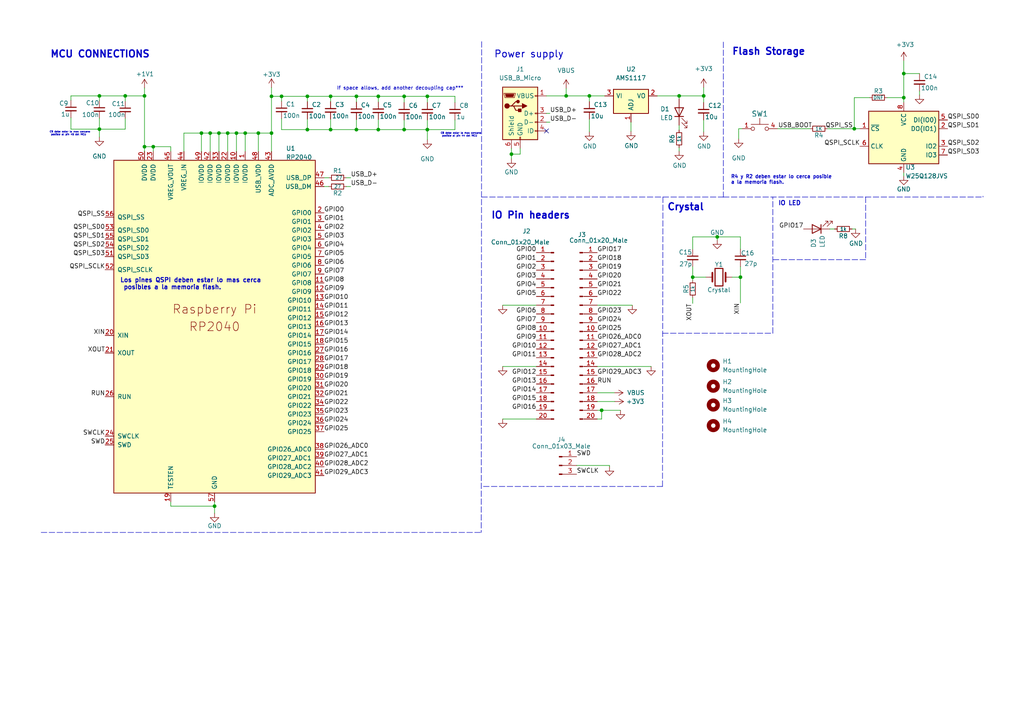
<source format=kicad_sch>
(kicad_sch (version 20211123) (generator eeschema)
  (paper "A4")
  (title_block (title "Siberian 1 by Huskies' lab") (date "2023-06-28") (rev "V1.0") (company "Designed by : Luis Pinzon @luis.p.19"))
  (lib_symbols
    (symbol "Connector:Conn_01x03_Male" (pin_names (offset 1.016) hide)
      (property "Reference" "J" (at 0 5.08 0))
      (property "Value" "Conn_01x03_Male" (at 0 -5.08 0))
      (symbol "Conn_01x03_Male_1_1"
        (polyline (pts (xy 1.27 -2.54) (xy 0.8636 -2.54)) (stroke (width 0.1524)))
        (polyline (pts (xy 1.27 0) (xy 0.8636 0)) (stroke (width 0.1524)))
        (polyline (pts (xy 1.27 2.54) (xy 0.8636 2.54)) (stroke (width 0.1524)))
        (rectangle (start 0.8636 -2.413) (end 0 -2.667) (stroke (width 0.1524)) (fill (type outline)))
        (rectangle (start 0.8636 0.127) (end 0 -0.127) (stroke (width 0.1524)) (fill (type outline)))
        (rectangle (start 0.8636 2.667) (end 0 2.413) (stroke (width 0.1524)) (fill (type outline)))
        (pin passive line (at 5.08 2.54 180) (length 3.81) (name "Pin_1") (number "1"))
        (pin passive line (at 5.08 0 180) (length 3.81) (name "Pin_2") (number "2"))
        (pin passive line (at 5.08 -2.54 180) (length 3.81) (name "Pin_3") (number "3"))
      )
    )
    (symbol "Connector:Conn_01x20_Male" (pin_names (offset 1.016) hide)
      (property "Reference" "J" (at 0 25.4 0))
      (property "Value" "Conn_01x20_Male" (at 0 -27.94 0))
      (symbol "Conn_01x20_Male_1_1"
        (polyline (pts (xy 1.27 -25.4) (xy 0.8636 -25.4)) (stroke (width 0.1524)))
        (polyline (pts (xy 1.27 -22.86) (xy 0.8636 -22.86)) (stroke (width 0.1524)))
        (polyline (pts (xy 1.27 -20.32) (xy 0.8636 -20.32)) (stroke (width 0.1524)))
        (polyline (pts (xy 1.27 -17.78) (xy 0.8636 -17.78)) (stroke (width 0.1524)))
        (polyline (pts (xy 1.27 -15.24) (xy 0.8636 -15.24)) (stroke (width 0.1524)))
        (polyline (pts (xy 1.27 -12.7) (xy 0.8636 -12.7)) (stroke (width 0.1524)))
        (polyline (pts (xy 1.27 -10.16) (xy 0.8636 -10.16)) (stroke (width 0.1524)))
        (polyline (pts (xy 1.27 -7.62) (xy 0.8636 -7.62)) (stroke (width 0.1524)))
        (polyline (pts (xy 1.27 -5.08) (xy 0.8636 -5.08)) (stroke (width 0.1524)))
        (polyline (pts (xy 1.27 -2.54) (xy 0.8636 -2.54)) (stroke (width 0.1524)))
        (polyline (pts (xy 1.27 0) (xy 0.8636 0)) (stroke (width 0.1524)))
        (polyline (pts (xy 1.27 2.54) (xy 0.8636 2.54)) (stroke (width 0.1524)))
        (polyline (pts (xy 1.27 5.08) (xy 0.8636 5.08)) (stroke (width 0.1524)))
        (polyline (pts (xy 1.27 7.62) (xy 0.8636 7.62)) (stroke (width 0.1524)))
        (polyline (pts (xy 1.27 10.16) (xy 0.8636 10.16)) (stroke (width 0.1524)))
        (polyline (pts (xy 1.27 12.7) (xy 0.8636 12.7)) (stroke (width 0.1524)))
        (polyline (pts (xy 1.27 15.24) (xy 0.8636 15.24)) (stroke (width 0.1524)))
        (polyline (pts (xy 1.27 17.78) (xy 0.8636 17.78)) (stroke (width 0.1524)))
        (polyline (pts (xy 1.27 20.32) (xy 0.8636 20.32)) (stroke (width 0.1524)))
        (polyline (pts (xy 1.27 22.86) (xy 0.8636 22.86)) (stroke (width 0.1524)))
        (rectangle (start 0.8636 -25.273) (end 0 -25.527) (stroke (width 0.1524)) (fill (type outline)))
        (rectangle (start 0.8636 -22.733) (end 0 -22.987) (stroke (width 0.1524)) (fill (type outline)))
        (rectangle (start 0.8636 -20.193) (end 0 -20.447) (stroke (width 0.1524)) (fill (type outline)))
        (rectangle (start 0.8636 -17.653) (end 0 -17.907) (stroke (width 0.1524)) (fill (type outline)))
        (rectangle (start 0.8636 -15.113) (end 0 -15.367) (stroke (width 0.1524)) (fill (type outline)))
        (rectangle (start 0.8636 -12.573) (end 0 -12.827) (stroke (width 0.1524)) (fill (type outline)))
        (rectangle (start 0.8636 -10.033) (end 0 -10.287) (stroke (width 0.1524)) (fill (type outline)))
        (rectangle (start 0.8636 -7.493) (end 0 -7.747) (stroke (width 0.1524)) (fill (type outline)))
        (rectangle (start 0.8636 -4.953) (end 0 -5.207) (stroke (width 0.1524)) (fill (type outline)))
        (rectangle (start 0.8636 -2.413) (end 0 -2.667) (stroke (width 0.1524)) (fill (type outline)))
        (rectangle (start 0.8636 0.127) (end 0 -0.127) (stroke (width 0.1524)) (fill (type outline)))
        (rectangle (start 0.8636 2.667) (end 0 2.413) (stroke (width 0.1524)) (fill (type outline)))
        (rectangle (start 0.8636 5.207) (end 0 4.953) (stroke (width 0.1524)) (fill (type outline)))
        (rectangle (start 0.8636 7.747) (end 0 7.493) (stroke (width 0.1524)) (fill (type outline)))
        (rectangle (start 0.8636 10.287) (end 0 10.033) (stroke (width 0.1524)) (fill (type outline)))
        (rectangle (start 0.8636 12.827) (end 0 12.573) (stroke (width 0.1524)) (fill (type outline)))
        (rectangle (start 0.8636 15.367) (end 0 15.113) (stroke (width 0.1524)) (fill (type outline)))
        (rectangle (start 0.8636 17.907) (end 0 17.653) (stroke (width 0.1524)) (fill (type outline)))
        (rectangle (start 0.8636 20.447) (end 0 20.193) (stroke (width 0.1524)) (fill (type outline)))
        (rectangle (start 0.8636 22.987) (end 0 22.733) (stroke (width 0.1524)) (fill (type outline)))
        (pin passive line (at 5.08 22.86 180) (length 3.81) (name "Pin_1") (number "1"))
        (pin passive line (at 5.08 0 180) (length 3.81) (name "Pin_10") (number "10"))
        (pin passive line (at 5.08 -2.54 180) (length 3.81) (name "Pin_11") (number "11"))
        (pin passive line (at 5.08 -5.08 180) (length 3.81) (name "Pin_12") (number "12"))
        (pin passive line (at 5.08 -7.62 180) (length 3.81) (name "Pin_13") (number "13"))
        (pin passive line (at 5.08 -10.16 180) (length 3.81) (name "Pin_14") (number "14"))
        (pin passive line (at 5.08 -12.7 180) (length 3.81) (name "Pin_15") (number "15"))
        (pin passive line (at 5.08 -15.24 180) (length 3.81) (name "Pin_16") (number "16"))
        (pin passive line (at 5.08 -17.78 180) (length 3.81) (name "Pin_17") (number "17"))
        (pin passive line (at 5.08 -20.32 180) (length 3.81) (name "Pin_18") (number "18"))
        (pin passive line (at 5.08 -22.86 180) (length 3.81) (name "Pin_19") (number "19"))
        (pin passive line (at 5.08 20.32 180) (length 3.81) (name "Pin_2") (number "2"))
        (pin passive line (at 5.08 -25.4 180) (length 3.81) (name "Pin_20") (number "20"))
        (pin passive line (at 5.08 17.78 180) (length 3.81) (name "Pin_3") (number "3"))
        (pin passive line (at 5.08 15.24 180) (length 3.81) (name "Pin_4") (number "4"))
        (pin passive line (at 5.08 12.7 180) (length 3.81) (name "Pin_5") (number "5"))
        (pin passive line (at 5.08 10.16 180) (length 3.81) (name "Pin_6") (number "6"))
        (pin passive line (at 5.08 7.62 180) (length 3.81) (name "Pin_7") (number "7"))
        (pin passive line (at 5.08 5.08 180) (length 3.81) (name "Pin_8") (number "8"))
        (pin passive line (at 5.08 2.54 180) (length 3.81) (name "Pin_9") (number "9"))
      )
    )
    (symbol "Connector:USB_B_Micro" (pin_names (offset 1.016))
      (property "Reference" "J" (at -5.08 11.43 0))
      (property "Value" "USB_B_Micro" (at -5.08 8.89 0))
      (symbol "USB_B_Micro_0_1"
        (rectangle (start -5.08 -7.62) (end 5.08 7.62) (stroke (width 0.254)) (fill (type background)))
        (circle (center -3.81 2.159) (radius 0.635) (stroke (width 0.254)) (fill (type outline)))
        (circle (center -0.635 3.429) (radius 0.381) (stroke (width 0.254)) (fill (type outline)))
        (rectangle (start -0.127 -7.62) (end 0.127 -6.858))
        (polyline (pts (xy -1.905 2.159) (xy 0.635 2.159)) (stroke (width 0.254)))
        (polyline (pts (xy -3.175 2.159) (xy -2.54 2.159) (xy -1.27 3.429) (xy -0.635 3.429)) (stroke (width 0.254)))
        (polyline (pts (xy -2.54 2.159) (xy -1.905 2.159) (xy -1.27 0.889) (xy 0 0.889)) (stroke (width 0.254)))
        (polyline (pts (xy 0.635 2.794) (xy 0.635 1.524) (xy 1.905 2.159) (xy 0.635 2.794)) (stroke (width 0.254)) (fill (type outline)))
        (polyline (pts (xy -4.318 5.588) (xy -1.778 5.588) (xy -2.032 4.826) (xy -4.064 4.826) (xy -4.318 5.588)) (fill (type outline)))
        (polyline (pts (xy -4.699 5.842) (xy -4.699 5.588) (xy -4.445 4.826) (xy -4.445 4.572) (xy -1.651 4.572) (xy -1.651 4.826) (xy -1.397 5.588) (xy -1.397 5.842) (xy -4.699 5.842)))
        (rectangle (start 0.254 1.27) (end -0.508 0.508) (stroke (width 0.254)) (fill (type outline)))
        (rectangle (start 5.08 -5.207) (end 4.318 -4.953))
        (rectangle (start 5.08 -2.667) (end 4.318 -2.413))
        (rectangle (start 5.08 -0.127) (end 4.318 0.127))
        (rectangle (start 5.08 4.953) (end 4.318 5.207))
      )
      (symbol "USB_B_Micro_1_1"
        (pin power_out line (at 7.62 5.08 180) (length 2.54) (name "VBUS") (number "1"))
        (pin bidirectional line (at 7.62 -2.54 180) (length 2.54) (name "D-") (number "2"))
        (pin bidirectional line (at 7.62 0 180) (length 2.54) (name "D+") (number "3"))
        (pin passive line (at 7.62 -5.08 180) (length 2.54) (name "ID") (number "4"))
        (pin power_out line (at 0 -10.16 90) (length 2.54) (name "GND") (number "5"))
        (pin passive line (at -2.54 -10.16 90) (length 2.54) (name "Shield") (number "6"))
      )
    )
    (symbol "Device:C_Small" (pin_numbers hide) (pin_names (offset 0.254) hide)
      (property "Reference" "C" (at 0.254 1.778 0))
      (property "Value" "C_Small" (at 0.254 -2.032 0))
      (symbol "C_Small_0_1"
        (polyline (pts (xy -1.524 -0.508) (xy 1.524 -0.508)) (stroke (width 0.3302)))
        (polyline (pts (xy -1.524 0.508) (xy 1.524 0.508)) (stroke (width 0.3048)))
      )
      (symbol "C_Small_1_1"
        (pin passive line (at 0 2.54 270) (length 2.032) (name "~") (number "1"))
        (pin passive line (at 0 -2.54 90) (length 2.032) (name "~") (number "2"))
      )
    )
    (symbol "Device:Crystal" (pin_numbers hide) (pin_names (offset 1.016) hide)
      (property "Reference" "Y" (at 0 3.81 0))
      (property "Value" "Crystal" (at 0 -3.81 0))
      (symbol "Crystal_0_1"
        (rectangle (start -1.143 2.54) (end 1.143 -2.54) (stroke (width 0.3048)))
        (polyline (pts (xy -2.54 0) (xy -1.905 0)))
        (polyline (pts (xy -1.905 -1.27) (xy -1.905 1.27)) (stroke (width 0.508)))
        (polyline (pts (xy 1.905 -1.27) (xy 1.905 1.27)) (stroke (width 0.508)))
        (polyline (pts (xy 2.54 0) (xy 1.905 0)))
      )
      (symbol "Crystal_1_1"
        (pin passive line (at -3.81 0 0) (length 1.27) (name "1") (number "1"))
        (pin passive line (at 3.81 0 180) (length 1.27) (name "2") (number "2"))
      )
    )
    (symbol "Device:LED" (pin_numbers hide) (pin_names (offset 1.016) hide)
      (property "Reference" "D" (at 0 2.54 0))
      (property "Value" "LED" (at 0 -2.54 0))
      (symbol "LED_0_1"
        (polyline (pts (xy -1.27 -1.27) (xy -1.27 1.27)) (stroke (width 0.254)))
        (polyline (pts (xy -1.27 0) (xy 1.27 0)))
        (polyline (pts (xy 1.27 -1.27) (xy 1.27 1.27) (xy -1.27 0) (xy 1.27 -1.27)) (stroke (width 0.254)))
        (polyline (pts (xy -3.048 -0.762) (xy -4.572 -2.286) (xy -3.81 -2.286) (xy -4.572 -2.286) (xy -4.572 -1.524)))
        (polyline (pts (xy -1.778 -0.762) (xy -3.302 -2.286) (xy -2.54 -2.286) (xy -3.302 -2.286) (xy -3.302 -1.524)))
      )
      (symbol "LED_1_1"
        (pin passive line (at -3.81 0 0) (length 2.54) (name "K") (number "1"))
        (pin passive line (at 3.81 0 180) (length 2.54) (name "A") (number "2"))
      )
    )
    (symbol "Device:R_Small" (pin_numbers hide) (pin_names (offset 0.254) hide)
      (property "Reference" "R" (at 0.762 0.508 0))
      (property "Value" "R_Small" (at 0.762 -1.016 0))
      (symbol "R_Small_0_1"
        (rectangle (start -0.762 1.778) (end 0.762 -1.778) (stroke (width 0.2032)))
      )
      (symbol "R_Small_1_1"
        (pin passive line (at 0 2.54 270) (length 0.762) (name "~") (number "1"))
        (pin passive line (at 0 -2.54 90) (length 0.762) (name "~") (number "2"))
      )
    )
    (symbol "MCU_RaspberryPi_and_Boards:RP2040" (pin_names (offset 1.016))
      (property "Reference" "U" (at -29.21 49.53 0))
      (property "Value" "RP2040" (at 24.13 -49.53 0))
      (symbol "RP2040_0_0"
        (text "Raspberry Pi" (at 0 5.08 0) (effects (font (size 2.54 2.54))))
        (text "RP2040" (at 0 0 0) (effects (font (size 2.54 2.54))))
      )
      (symbol "RP2040_0_1"
        (rectangle (start 29.21 48.26) (end -29.21 -48.26) (stroke (width 0.254)) (fill (type background)))
      )
      (symbol "RP2040_1_1"
        (pin power_in line (at 8.89 50.8 270) (length 2.54) (name "IOVDD") (number "1"))
        (pin power_in line (at 6.35 50.8 270) (length 2.54) (name "IOVDD") (number "10"))
        (pin bidirectional line (at 31.75 12.7 180) (length 2.54) (name "GPIO8") (number "11"))
        (pin bidirectional line (at 31.75 10.16 180) (length 2.54) (name "GPIO9") (number "12"))
        (pin bidirectional line (at 31.75 7.62 180) (length 2.54) (name "GPIO10") (number "13"))
        (pin bidirectional line (at 31.75 5.08 180) (length 2.54) (name "GPIO11") (number "14"))
        (pin bidirectional line (at 31.75 2.54 180) (length 2.54) (name "GPIO12") (number "15"))
        (pin bidirectional line (at 31.75 0 180) (length 2.54) (name "GPIO13") (number "16"))
        (pin bidirectional line (at 31.75 -2.54 180) (length 2.54) (name "GPIO14") (number "17"))
        (pin bidirectional line (at 31.75 -5.08 180) (length 2.54) (name "GPIO15") (number "18"))
        (pin passive line (at -12.7 -50.8 90) (length 2.54) (name "TESTEN") (number "19"))
        (pin bidirectional line (at 31.75 33.02 180) (length 2.54) (name "GPIO0") (number "2"))
        (pin input line (at -31.75 -2.54 0) (length 2.54) (name "XIN") (number "20"))
        (pin passive line (at -31.75 -7.62 0) (length 2.54) (name "XOUT") (number "21"))
        (pin power_in line (at 3.81 50.8 270) (length 2.54) (name "IOVDD") (number "22"))
        (pin power_in line (at -17.78 50.8 270) (length 2.54) (name "DVDD") (number "23"))
        (pin output line (at -31.75 -31.75 0) (length 2.54) (name "SWCLK") (number "24"))
        (pin bidirectional line (at -31.75 -34.29 0) (length 2.54) (name "SWD") (number "25"))
        (pin input line (at -31.75 -20.32 0) (length 2.54) (name "RUN") (number "26"))
        (pin bidirectional line (at 31.75 -7.62 180) (length 2.54) (name "GPIO16") (number "27"))
        (pin bidirectional line (at 31.75 -10.16 180) (length 2.54) (name "GPIO17") (number "28"))
        (pin bidirectional line (at 31.75 -12.7 180) (length 2.54) (name "GPIO18") (number "29"))
        (pin bidirectional line (at 31.75 30.48 180) (length 2.54) (name "GPIO1") (number "3"))
        (pin bidirectional line (at 31.75 -15.24 180) (length 2.54) (name "GPIO19") (number "30"))
        (pin bidirectional line (at 31.75 -17.78 180) (length 2.54) (name "GPIO20") (number "31"))
        (pin bidirectional line (at 31.75 -20.32 180) (length 2.54) (name "GPIO21") (number "32"))
        (pin power_in line (at 1.27 50.8 270) (length 2.54) (name "IOVDD") (number "33"))
        (pin bidirectional line (at 31.75 -22.86 180) (length 2.54) (name "GPIO22") (number "34"))
        (pin bidirectional line (at 31.75 -25.4 180) (length 2.54) (name "GPIO23") (number "35"))
        (pin bidirectional line (at 31.75 -27.94 180) (length 2.54) (name "GPIO24") (number "36"))
        (pin bidirectional line (at 31.75 -30.48 180) (length 2.54) (name "GPIO25") (number "37"))
        (pin bidirectional line (at 31.75 -35.56 180) (length 2.54) (name "GPIO26_ADC0") (number "38"))
        (pin bidirectional line (at 31.75 -38.1 180) (length 2.54) (name "GPIO27_ADC1") (number "39"))
        (pin bidirectional line (at 31.75 27.94 180) (length 2.54) (name "GPIO2") (number "4"))
        (pin bidirectional line (at 31.75 -40.64 180) (length 2.54) (name "GPIO28_ADC2") (number "40"))
        (pin bidirectional line (at 31.75 -43.18 180) (length 2.54) (name "GPIO29_ADC3") (number "41"))
        (pin power_in line (at -1.27 50.8 270) (length 2.54) (name "IOVDD") (number "42"))
        (pin power_in line (at 16.51 50.8 270) (length 2.54) (name "ADC_AVDD") (number "43"))
        (pin power_in line (at -8.89 50.8 270) (length 2.54) (name "VREG_IN") (number "44"))
        (pin power_out line (at -12.7 50.8 270) (length 2.54) (name "VREG_VOUT") (number "45"))
        (pin bidirectional line (at 31.75 40.64 180) (length 2.54) (name "USB_DM") (number "46"))
        (pin bidirectional line (at 31.75 43.18 180) (length 2.54) (name "USB_DP") (number "47"))
        (pin power_in line (at 12.7 50.8 270) (length 2.54) (name "USB_VDD") (number "48"))
        (pin power_in line (at -3.81 50.8 270) (length 2.54) (name "IOVDD") (number "49"))
        (pin bidirectional line (at 31.75 25.4 180) (length 2.54) (name "GPIO3") (number "5"))
        (pin power_in line (at -20.32 50.8 270) (length 2.54) (name "DVDD") (number "50"))
        (pin bidirectional line (at -31.75 20.32 0) (length 2.54) (name "QSPI_SD3") (number "51"))
        (pin output line (at -31.75 16.51 0) (length 2.54) (name "QSPI_SCLK") (number "52"))
        (pin bidirectional line (at -31.75 27.94 0) (length 2.54) (name "QSPI_SD0") (number "53"))
        (pin bidirectional line (at -31.75 22.86 0) (length 2.54) (name "QSPI_SD2") (number "54"))
        (pin bidirectional line (at -31.75 25.4 0) (length 2.54) (name "QSPI_SD1") (number "55"))
        (pin bidirectional line (at -31.75 31.75 0) (length 2.54) (name "QSPI_SS") (number "56"))
        (pin power_in line (at 0 -50.8 90) (length 2.54) (name "GND") (number "57"))
        (pin bidirectional line (at 31.75 22.86 180) (length 2.54) (name "GPIO4") (number "6"))
        (pin bidirectional line (at 31.75 20.32 180) (length 2.54) (name "GPIO5") (number "7"))
        (pin bidirectional line (at 31.75 17.78 180) (length 2.54) (name "GPIO6") (number "8"))
        (pin bidirectional line (at 31.75 15.24 180) (length 2.54) (name "GPIO7") (number "9"))
      )
    )
    (symbol "Mechanical:MountingHole" (pin_names (offset 1.016))
      (property "Reference" "H" (at 0 5.08 0))
      (property "Value" "MountingHole" (at 0 3.175 0))
      (symbol "MountingHole_0_1"
        (circle (center 0 0) (radius 1.27) (stroke (width 1.27)))
      )
    )
    (symbol "Memory_Flash:W25Q128JVS"
      (property "Reference" "U" (at -8.89 8.89 0))
      (property "Value" "W25Q128JVS" (at 7.62 8.89 0))
      (symbol "W25Q128JVS_0_1"
        (rectangle (start -10.16 7.62) (end 10.16 -7.62) (stroke (width 0.254)) (fill (type background)))
      )
      (symbol "W25Q128JVS_1_1"
        (pin input line (at -12.7 2.54 0) (length 2.54) (name "~{CS}") (number "1"))
        (pin bidirectional line (at 12.7 2.54 180) (length 2.54) (name "DO(IO1)") (number "2"))
        (pin bidirectional line (at 12.7 -2.54 180) (length 2.54) (name "IO2") (number "3"))
        (pin power_in line (at 0 -10.16 90) (length 2.54) (name "GND") (number "4"))
        (pin bidirectional line (at 12.7 5.08 180) (length 2.54) (name "DI(IO0)") (number "5"))
        (pin input line (at -12.7 -2.54 0) (length 2.54) (name "CLK") (number "6"))
        (pin bidirectional line (at 12.7 -5.08 180) (length 2.54) (name "IO3") (number "7"))
        (pin power_in line (at 0 10.16 270) (length 2.54) (name "VCC") (number "8"))
      )
    )
    (symbol "PTS815:PTS815_SJM_250_SMTR_LFS" (pin_names (offset 0.254))
      (property "Reference" "SW" (at 39.0144 2.159 0))
      (property "Value" "PTS815 SJM 250 SMTR LFS" (at 38.8366 -0.381 0))
      (symbol "PTS815_SJM_250_SMTR_LFS_0_1"
        (polyline (pts (xy 39.2938 -3.7084) (xy 39.2938 -1.9304)))
        (polyline (pts (xy 41.8338 -3.7084) (xy 36.7538 -3.7084)))
        (circle (center 37.2618 -4.9784) (radius 0.508))
        (circle (center 41.3258 -4.9784) (radius 0.508))
        (pin passive line (at 34.2138 -4.9784 0) (length 2.54) (name "") (number "1"))
        (pin passive line (at 44.3992 -4.9784 180) (length 2.54) (name "") (number "4"))
      )
    )
    (symbol "Regulator_Linear:AMS1117" (pin_names (offset 0.762))
      (property "Reference" "U" (at -3.81 3.175 0))
      (property "Value" "AMS1117" (at 0 3.175 0))
      (symbol "AMS1117_0_1"
        (rectangle (start -5.08 -5.08) (end 5.08 1.905) (stroke (width 0.254)) (fill (type background)))
      )
      (symbol "AMS1117_1_1"
        (pin input line (at 0 -7.62 90) (length 2.54) (name "ADJ") (number "1"))
        (pin power_out line (at 7.62 0 180) (length 2.54) (name "VO") (number "2"))
        (pin power_in line (at -7.62 0 0) (length 2.54) (name "VI") (number "3"))
      )
    )
    (symbol "power:+1V1" (power) (pin_names (offset 0))
      (property "Value" "+1V1" (at 0 3.556 0))
      (symbol "+1V1_0_1"
        (polyline (pts (xy -0.762 1.27) (xy 0 2.54)))
        (polyline (pts (xy 0 0) (xy 0 2.54)))
        (polyline (pts (xy 0 2.54) (xy 0.762 1.27)))
      )
      (symbol "+1V1_1_1"
        (pin power_in line (at 0 0 90) (length 0) hide (name "+1V1") (number "1"))
      )
    )
    (symbol "power:+3V3" (power) (pin_names (offset 0))
      (property "Value" "+3V3" (at 0 3.556 0))
      (symbol "+3V3_0_1"
        (polyline (pts (xy -0.762 1.27) (xy 0 2.54)))
        (polyline (pts (xy 0 0) (xy 0 2.54)))
        (polyline (pts (xy 0 2.54) (xy 0.762 1.27)))
      )
      (symbol "+3V3_1_1"
        (pin power_in line (at 0 0 90) (length 0) hide (name "+3V3") (number "1"))
      )
    )
    (symbol "power:GND" (power) (pin_names (offset 0))
      (property "Value" "GND" (at 0 -3.81 0))
      (symbol "GND_0_1"
        (polyline (pts (xy 0 0) (xy 0 -1.27) (xy 1.27 -1.27) (xy 0 -2.54) (xy -1.27 -1.27) (xy 0 -1.27)))
      )
      (symbol "GND_1_1"
        (pin power_in line (at 0 0 270) (length 0) hide (name "GND") (number "1"))
      )
    )
    (symbol "power:VBUS" (power) (pin_names (offset 0))
      (property "Value" "VBUS" (at 0 3.81 0))
      (symbol "VBUS_0_1"
        (polyline (pts (xy -0.762 1.27) (xy 0 2.54)))
        (polyline (pts (xy 0 0) (xy 0 2.54)))
        (polyline (pts (xy 0 2.54) (xy 0.762 1.27)))
      )
      (symbol "VBUS_1_1"
        (pin power_in line (at 0 0 90) (length 0) hide (name "VBUS") (number "1"))
      )
    )
  )
  (junction (at 89.154 37.592))
  (junction (at 262.128 28.321))
  (junction (at 78.74 27.94))
  (junction (at 103.378 27.94))
  (junction (at 28.829 27.813))
  (junction (at 28.829 37.465))
  (junction (at 214.757 80.391))
  (junction (at 62.23 146.812))
  (junction (at 123.952 27.94))
  (junction (at 41.91 27.813))
  (junction (at 262.128 21.336))
  (junction (at 41.91 42.545))
  (junction (at 89.154 27.94))
  (junction (at 117.221 37.592))
  (junction (at 208.026 68.707))
  (junction (at 63.5 38.608))
  (junction (at 247.777 37.338))
  (junction (at 117.221 27.94))
  (junction (at 164.211 27.813))
  (junction (at 170.942 27.813))
  (junction (at 74.93 38.608))
  (junction (at 109.728 37.592))
  (junction (at 148.336 44.704))
  (junction (at 103.378 37.592))
  (junction (at 66.04 38.608))
  (junction (at 81.661 27.94))
  (junction (at 109.728 27.94))
  (junction (at 174.498 118.999))
  (junction (at 44.45 42.545))
  (junction (at 71.12 38.608))
  (junction (at 200.914 80.391))
  (junction (at 95.885 27.94))
  (junction (at 58.42 38.608))
  (junction (at 196.977 27.813))
  (junction (at 68.58 38.608))
  (junction (at 95.885 37.592))
  (junction (at 60.96 38.608))
  (junction (at 123.952 37.592))
  (junction (at 204.089 27.813))
  (junction (at 36.322 27.813))
  (junction (at 78.74 38.608))
  (no_connect (at 158.496 37.973))
  (wire (pts (xy 63.5 38.608) (xy 63.5 43.942)))
  (wire (pts (xy 78.74 27.94) (xy 81.661 27.94)))
  (wire (pts (xy 95.885 34.544) (xy 95.885 37.592)))
  (wire (pts (xy 252.222 28.321) (xy 247.777 28.321)))
  (wire (pts (xy 103.378 27.94) (xy 109.728 27.94)))
  (polyline (pts (xy 139.7 57.15) (xy 209.804 57.15)))
  (wire (pts (xy 164.211 25.654) (xy 164.211 27.813)))
  (wire (pts (xy 89.154 27.94) (xy 89.154 29.464)))
  (wire (pts (xy 62.23 146.812) (xy 62.23 148.844)))
  (wire (pts (xy 49.53 146.812) (xy 62.23 146.812)))
  (wire (pts (xy 103.378 34.671) (xy 103.378 37.592)))
  (wire (pts (xy 62.23 145.542) (xy 62.23 146.812)))
  (wire (pts (xy 262.128 17.653) (xy 262.128 21.336)))
  (wire (pts (xy 204.089 25.4) (xy 204.089 27.813)))
  (wire (pts (xy 60.96 38.608) (xy 60.96 43.942)))
  (wire (pts (xy 159.512 35.433) (xy 158.496 35.433)))
  (wire (pts (xy 109.728 27.94) (xy 117.221 27.94)))
  (wire (pts (xy 170.942 27.813) (xy 170.942 29.464)))
  (wire (pts (xy 60.96 38.608) (xy 63.5 38.608)))
  (wire (pts (xy 200.914 80.391) (xy 200.914 81.28)))
  (wire (pts (xy 145.796 121.539) (xy 155.575 121.539)))
  (wire (pts (xy 214.249 37.338) (xy 214.249 40.259)))
  (wire (pts (xy 214.249 37.338) (xy 215.2904 37.338)))
  (wire (pts (xy 53.34 38.608) (xy 58.42 38.608)))
  (wire (pts (xy 41.91 42.545) (xy 44.45 42.545)))
  (wire (pts (xy 173.228 88.519) (xy 183.388 88.519)))
  (wire (pts (xy 28.829 34.29) (xy 28.829 37.465)))
  (wire (pts (xy 89.154 34.544) (xy 89.154 37.592)))
  (wire (pts (xy 131.953 27.94) (xy 131.953 29.718)))
  (wire (pts (xy 170.942 27.813) (xy 175.387 27.813)))
  (wire (pts (xy 262.128 28.321) (xy 262.128 29.718)))
  (wire (pts (xy 93.98 54.102) (xy 95.377 54.102)))
  (wire (pts (xy 68.58 38.608) (xy 68.58 43.942)))
  (wire (pts (xy 93.98 51.562) (xy 95.377 51.562)))
  (wire (pts (xy 200.914 80.391) (xy 204.724 80.391)))
  (wire (pts (xy 109.728 27.94) (xy 109.728 29.591)))
  (wire (pts (xy 66.04 38.608) (xy 66.04 43.942)))
  (polyline (pts (xy 192.151 141.097) (xy 192.278 57.15)))
  (wire (pts (xy 123.952 27.94) (xy 123.952 29.718)))
  (polyline (pts (xy 251.079 57.15) (xy 251.079 75.311)))
  (wire (pts (xy 167.259 135.001) (xy 176.784 135.001)))
  (wire (pts (xy 81.661 27.94) (xy 81.661 29.337)))
  (wire (pts (xy 176.784 135.001) (xy 176.784 135.382)))
  (wire (pts (xy 214.757 80.391) (xy 214.757 87.884)))
  (wire (pts (xy 204.089 27.813) (xy 204.089 29.718)))
  (wire (pts (xy 58.42 38.608) (xy 60.96 38.608)))
  (wire (pts (xy 58.42 43.942) (xy 58.42 38.608)))
  (polyline (pts (xy 192.151 96.647) (xy 224.155 96.647)))
  (wire (pts (xy 204.089 34.798) (xy 204.089 38.227)))
  (wire (pts (xy 28.829 37.465) (xy 28.829 39.751)))
  (wire (pts (xy 28.829 27.813) (xy 36.322 27.813)))
  (wire (pts (xy 28.829 27.813) (xy 28.829 29.21)))
  (polyline (pts (xy 139.7 12.065) (xy 139.573 154.432)))
  (wire (pts (xy 174.498 118.999) (xy 174.498 121.539)))
  (wire (pts (xy 190.627 27.813) (xy 196.977 27.813)))
  (wire (pts (xy 95.885 37.592) (xy 89.154 37.592)))
  (wire (pts (xy 148.336 44.704) (xy 148.336 46.101)))
  (wire (pts (xy 20.574 29.083) (xy 20.574 27.813)))
  (wire (pts (xy 20.574 37.465) (xy 28.829 37.465)))
  (wire (pts (xy 36.322 27.813) (xy 41.91 27.813)))
  (wire (pts (xy 200.914 77.343) (xy 200.914 80.391)))
  (wire (pts (xy 20.574 27.813) (xy 28.829 27.813)))
  (wire (pts (xy 63.5 38.608) (xy 66.04 38.608)))
  (wire (pts (xy 170.942 34.544) (xy 170.942 38.227)))
  (wire (pts (xy 247.142 66.421) (xy 248.158 66.421)))
  (wire (pts (xy 257.302 28.321) (xy 262.128 28.321)))
  (wire (pts (xy 173.228 118.999) (xy 174.498 118.999)))
  (polyline (pts (xy 285.115 56.896) (xy 285.115 57.15)))
  (wire (pts (xy 247.777 28.321) (xy 247.777 37.338)))
  (wire (pts (xy 109.728 37.592) (xy 103.378 37.592)))
  (wire (pts (xy 145.796 106.299) (xy 155.575 106.299)))
  (wire (pts (xy 78.74 25.4) (xy 78.74 27.94)))
  (wire (pts (xy 49.53 43.942) (xy 49.53 42.545)))
  (wire (pts (xy 81.661 37.592) (xy 81.661 34.417)))
  (wire (pts (xy 123.952 27.94) (xy 131.953 27.94)))
  (wire (pts (xy 214.757 68.707) (xy 214.757 72.263)))
  (wire (pts (xy 89.154 37.592) (xy 81.661 37.592)))
  (wire (pts (xy 41.91 42.545) (xy 41.91 43.942)))
  (wire (pts (xy 183.007 35.433) (xy 183.007 38.1)))
  (wire (pts (xy 174.498 118.999) (xy 179.959 118.999)))
  (wire (pts (xy 262.128 21.336) (xy 262.128 28.321)))
  (wire (pts (xy 266.7 26.416) (xy 266.7 27.559)))
  (wire (pts (xy 117.221 37.592) (xy 109.728 37.592)))
  (wire (pts (xy 103.378 27.94) (xy 103.378 29.591)))
  (wire (pts (xy 49.53 42.545) (xy 44.45 42.545)))
  (wire (pts (xy 71.12 38.608) (xy 74.93 38.608)))
  (wire (pts (xy 159.512 32.893) (xy 158.496 32.893)))
  (wire (pts (xy 68.58 38.608) (xy 71.12 38.608)))
  (wire (pts (xy 150.876 43.053) (xy 150.876 44.704)))
  (wire (pts (xy 74.93 38.608) (xy 74.93 43.942)))
  (wire (pts (xy 36.322 27.813) (xy 36.322 29.337)))
  (polyline (pts (xy 209.804 57.15) (xy 285.115 57.15)))
  (wire (pts (xy 164.211 27.813) (xy 170.942 27.813)))
  (wire (pts (xy 214.757 80.391) (xy 212.344 80.391)))
  (wire (pts (xy 103.378 37.592) (xy 95.885 37.592)))
  (wire (pts (xy 95.885 27.94) (xy 103.378 27.94)))
  (wire (pts (xy 200.914 72.263) (xy 200.914 68.707)))
  (wire (pts (xy 208.026 69.596) (xy 208.026 68.707)))
  (wire (pts (xy 78.74 27.94) (xy 78.74 38.608)))
  (wire (pts (xy 262.128 50.038) (xy 262.128 51.054)))
  (wire (pts (xy 101.727 54.102) (xy 100.457 54.102)))
  (wire (pts (xy 131.953 37.592) (xy 123.952 37.592)))
  (wire (pts (xy 41.91 25.527) (xy 41.91 27.813)))
  (wire (pts (xy 41.91 27.813) (xy 41.91 42.545)))
  (wire (pts (xy 247.777 37.338) (xy 249.428 37.338)))
  (wire (pts (xy 95.885 29.464) (xy 95.885 27.94)))
  (wire (pts (xy 89.154 27.94) (xy 95.885 27.94)))
  (wire (pts (xy 225.4758 37.338) (xy 234.95 37.338)))
  (wire (pts (xy 123.952 37.592) (xy 117.221 37.592)))
  (wire (pts (xy 49.53 145.542) (xy 49.53 146.812)))
  (wire (pts (xy 173.228 121.539) (xy 174.498 121.539)))
  (wire (pts (xy 117.221 27.94) (xy 117.221 29.718)))
  (wire (pts (xy 36.322 34.417) (xy 36.322 37.465)))
  (wire (pts (xy 44.45 42.545) (xy 44.45 43.942)))
  (wire (pts (xy 78.74 38.608) (xy 78.74 43.942)))
  (wire (pts (xy 123.952 34.798) (xy 123.952 37.592)))
  (wire (pts (xy 117.221 34.798) (xy 117.221 37.592)))
  (polyline (pts (xy 209.804 12.192) (xy 209.804 57.15)))
  (polyline (pts (xy 251.079 75.311) (xy 224.155 75.311)))
  (wire (pts (xy 123.952 37.592) (xy 123.952 40.513)))
  (wire (pts (xy 196.977 28.702) (xy 196.977 27.813)))
  (polyline (pts (xy 224.155 96.647) (xy 224.155 57.15)))
  (wire (pts (xy 81.661 27.94) (xy 89.154 27.94)))
  (wire (pts (xy 173.228 106.299) (xy 188.849 106.299)))
  (wire (pts (xy 262.128 21.336) (xy 266.7 21.336)))
  (wire (pts (xy 214.757 77.343) (xy 214.757 80.391)))
  (wire (pts (xy 53.34 43.942) (xy 53.34 38.608)))
  (wire (pts (xy 66.04 38.608) (xy 68.58 38.608)))
  (wire (pts (xy 36.322 37.465) (xy 28.829 37.465)))
  (wire (pts (xy 145.796 88.519) (xy 155.575 88.519)))
  (polyline (pts (xy 11.938 154.432) (xy 139.573 154.432)))
  (wire (pts (xy 196.977 36.322) (xy 196.977 37.719)))
  (wire (pts (xy 208.026 68.707) (xy 214.757 68.707)))
  (wire (pts (xy 131.953 34.798) (xy 131.953 37.592)))
  (wire (pts (xy 150.876 44.704) (xy 148.336 44.704)))
  (wire (pts (xy 117.221 27.94) (xy 123.952 27.94)))
  (wire (pts (xy 71.12 38.608) (xy 71.12 43.942)))
  (wire (pts (xy 173.228 116.459) (xy 178.308 116.459)))
  (polyline (pts (xy 140.208 141.097) (xy 192.151 141.097)))
  (wire (pts (xy 240.665 66.421) (xy 242.062 66.421)))
  (wire (pts (xy 74.93 38.608) (xy 78.74 38.608)))
  (wire (pts (xy 173.228 113.919) (xy 178.181 113.919)))
  (wire (pts (xy 196.977 27.813) (xy 204.089 27.813)))
  (wire (pts (xy 148.336 43.053) (xy 148.336 44.704)))
  (wire (pts (xy 158.496 27.813) (xy 164.211 27.813)))
  (wire (pts (xy 240.03 37.338) (xy 247.777 37.338)))
  (wire (pts (xy 20.574 34.163) (xy 20.574 37.465)))
  (wire (pts (xy 200.914 68.707) (xy 208.026 68.707)))
  (wire (pts (xy 101.727 51.562) (xy 100.457 51.562)))
  (wire (pts (xy 196.977 42.799) (xy 196.977 43.815)))
  (wire (pts (xy 109.728 34.671) (xy 109.728 37.592)))
  (wire (pts (xy 200.914 86.36) (xy 200.914 88.011)))
  (text "Los pines QSPI deben estar lo mas cerca\n posibles a la memoria flash." (at 34.798 84.201 0) (effects (font (size 1.27 1.27) bold) (justify left bottom)))
  (text "MCU CONNECTIONS\n" (at 14.478 17.018 0) (effects (font (size 2 2) (thickness 0.4) bold) (justify left bottom)))
  (text "C8 debe estar lo mas cercano\n posible al pin 44 del MCU\n" (at 127.762 39.878 0) (effects (font (size 0.5 0.5)) (justify left bottom)))
  (text "R4 y R2 deben estar lo cerca posible \na la memoria flash." (at 211.963 53.594 0) (effects (font (size 1 1) bold) (justify left bottom)))
  (text "If space allows, add another decoupling cap***\n" (at 97.663 26.289 0) (effects (font (size 1 1)) (justify left bottom)))
  (text "Power supply" (at 143.256 17.018 0) (effects (font (size 2 2) (thickness 0.254) bold) (justify left bottom)))
  (text "IO LED" (at 225.679 59.817 0) (effects (font (size 1.27 1.27) (thickness 0.254) bold) (justify left bottom)))
  (text "C9 debe estar lo mas cercano\n posible al pin 45 del MCU\n" (at 14.351 39.497 0) (effects (font (size 0.5 0.5)) (justify left bottom)))
  (text "IO Pin headers" (at 142.367 63.754 0) (effects (font (size 2 2) (thickness 0.4) bold) (justify left bottom)))
  (text "Flash Storage" (at 212.217 16.256 0) (effects (font (size 2 2) (thickness 0.4) bold) (justify left bottom)))
  (text "Crystal" (at 193.421 61.341 0) (effects (font (size 2 2) bold) (justify left bottom)))
  (label "GPIO12" (at 155.575 108.839 180))
  (label "GPIO2" (at 155.575 78.359 180))
  (label "QSPI_SD1" (at 274.828 37.338 0))
  (label "GPIO28_ADC2" (at 173.228 103.759 0))
  (label "GPIO6" (at 155.575 91.059 180))
  (label "GPIO16" (at 93.98 102.362 0))
  (label "GPIO10" (at 93.98 87.122 0))
  (label "GPIO17" (at 173.228 73.279 0))
  (label "GPIO14" (at 155.575 113.919 180))
  (label "GPIO7" (at 93.98 79.502 0))
  (label "GPIO14" (at 93.98 97.282 0))
  (label "GPIO15" (at 155.575 116.459 180))
  (label "QSPI_SD2" (at 30.48 71.882 180))
  (label "USB_BOOT" (at 225.679 37.338 0))
  (label "GPIO7" (at 155.575 93.599 180))
  (label "GPIO25" (at 173.228 96.139 0))
  (label "XOUT" (at 30.48 102.362 180))
  (label "GPIO2" (at 93.98 66.802 0))
  (label "GPIO3" (at 93.98 69.342 0))
  (label "GPIO1" (at 93.98 64.262 0))
  (label "GPIO20" (at 173.228 80.899 0))
  (label "GPIO22" (at 93.98 117.602 0))
  (label "QSPI_SD3" (at 30.48 74.422 180))
  (label "GPIO19" (at 93.98 109.982 0))
  (label "GPIO19" (at 173.228 78.359 0))
  (label "RUN" (at 173.228 111.379 0))
  (label "XIN" (at 214.757 87.884 270))
  (label "QSPI_SD0" (at 30.48 66.802 180))
  (label "USB_D+" (at 159.512 32.893 0))
  (label "GPIO5" (at 155.575 85.979 180))
  (label "QSPI_SS" (at 30.48 62.992 180))
  (label "GPIO6" (at 93.98 76.962 0))
  (label "GPIO3" (at 155.575 80.899 180))
  (label "GPIO24" (at 93.98 122.682 0))
  (label "GPIO28_ADC2" (at 93.98 135.382 0))
  (label "GPIO0" (at 93.98 61.722 0))
  (label "GPIO17" (at 93.98 104.902 0))
  (label "GPIO24" (at 173.228 93.599 0))
  (label "GPIO4" (at 155.575 83.439 180))
  (label "GPIO29_ADC3" (at 173.228 108.839 0))
  (label "GPIO26_ADC0" (at 93.98 130.302 0))
  (label "GPIO18" (at 93.98 107.442 0))
  (label "GPIO17" (at 233.045 66.421 180))
  (label "GPIO15" (at 93.98 99.822 0))
  (label "RUN" (at 30.48 115.062 180))
  (label "QSPI_SD0" (at 274.828 34.798 0))
  (label "GPIO1" (at 155.575 75.819 180))
  (label "GPIO18" (at 173.228 75.819 0))
  (label "QSPI_SD2" (at 274.828 42.418 0))
  (label "GPIO21" (at 93.98 115.062 0))
  (label "USB_D-" (at 101.727 54.102 0))
  (label "GPIO27_ADC1" (at 173.228 101.219 0))
  (label "XOUT" (at 200.914 88.011 270))
  (label "GPIO29_ADC3" (at 93.98 137.922 0))
  (label "QSPI_SS" (at 247.396 37.338 180))
  (label "GPIO12" (at 93.98 92.202 0))
  (label "USB_D+" (at 101.727 51.562 0))
  (label "GPIO10" (at 155.575 101.219 180))
  (label "GPIO16" (at 155.575 118.999 180))
  (label "GPIO13" (at 155.575 111.379 180))
  (label "USB_D-" (at 159.512 35.433 0))
  (label "XIN" (at 30.48 97.282 180))
  (label "GPIO25" (at 93.98 125.222 0))
  (label "GPIO23" (at 173.228 91.059 0))
  (label "GPIO8" (at 93.98 82.042 0))
  (label "GPIO21" (at 173.228 83.439 0))
  (label "GPIO20" (at 93.98 112.522 0))
  (label "SWCLK" (at 167.259 137.541 0))
  (label "GPIO8" (at 155.575 96.139 180))
  (label "GPIO5" (at 93.98 74.422 0))
  (label "GPIO0" (at 155.575 73.279 180))
  (label "QSPI_SCLK" (at 30.48 78.232 180))
  (label "SWD" (at 167.259 132.461 0))
  (label "SWD" (at 30.48 129.032 180))
  (label "GPIO22" (at 173.228 85.979 0))
  (label "GPIO11" (at 155.575 103.759 180))
  (label "QSPI_SD3" (at 274.828 44.958 0))
  (label "QSPI_SD1" (at 30.48 69.342 180))
  (label "GPIO4" (at 93.98 71.882 0))
  (label "GPIO9" (at 93.98 84.582 0))
  (label "GPIO23" (at 93.98 120.142 0))
  (label "GPIO26_ADC0" (at 173.228 98.679 0))
  (label "SWCLK" (at 30.48 126.492 180))
  (label "GPIO11" (at 93.98 89.662 0))
  (label "QSPI_SCLK" (at 249.428 42.418 180))
  (label "GPIO9" (at 155.575 98.679 180))
  (label "GPIO13" (at 93.98 94.742 0))
  (label "GPIO27_ADC1" (at 93.98 132.842 0))
  (symbol (lib_id "Device:C_Small") (at 95.885 32.004 0) (unit 1)
    (property "Reference" "C3" (at 97.155 30.353 0) (effects (justify left)))
    (property "Value" "100n" (at 96.266 33.655 0) (effects (justify left)))
    (property "Footprint" "Capacitor_SMD:C_0603_1608Metric" (effects hide))
  )
  (symbol (lib_id "power:GND") (at 196.977 43.815 0) (unit 1)
    (property "Reference" "#PWR025" (effects hide))
    (property "Value" "GND" (at 197.104 48.006 0))
  )
  (symbol (lib_id "power:GND") (at 188.849 106.299 0) (unit 1)
    (property "Reference" "#PWR019" (effects hide))
    (property "Value" "GND" (effects hide))
  )
  (symbol (lib_id "power:VBUS") (at 164.211 25.654 0) (unit 1)
    (property "Reference" "#PWR06" (effects hide))
    (property "Value" "VBUS" (at 164.211 20.447 0))
  )
  (symbol (lib_id "Memory_Flash:W25Q128JVS") (at 262.128 39.878 0) (unit 1)
    (property "Reference" "U3" (at 262.636 48.514 0) (effects (justify left)))
    (property "Value" "W25Q128JVS" (at 262.636 51.054 0) (effects (justify left)))
    (property "Footprint" "Package_SO:SOIC-8_5.23x5.23mm_P1.27mm" (effects hide))
    (property "Datasheet" "http://www.winbond.com/resource-files/w25q128jv_dtr%20revc%2003272018%20plus.pdf" (effects hide))
  )
  (symbol (lib_id "power:+3V3") (at 204.089 25.4 0) (unit 1)
    (property "Reference" "#PWR05" (effects hide))
    (property "Value" "+3V3" (at 204.089 19.939 0))
  )
  (symbol (lib_id "power:+3V3") (at 78.74 25.4 0) (unit 1)
    (property "Reference" "#PWR03" (effects hide))
    (property "Value" "+3V3" (at 78.74 21.59 0))
  )
  (symbol (lib_id "Device:C_Small") (at 81.661 31.877 0) (unit 1)
    (property "Reference" "C1" (at 82.931 30.226 0) (effects (justify left)))
    (property "Value" "100n" (at 82.042 33.528 0) (effects (justify left)))
    (property "Footprint" "Capacitor_SMD:C_0603_1608Metric" (effects hide))
  )
  (symbol (lib_id "power:GND") (at 248.158 66.421 0) (unit 1)
    (property "Reference" "#PWR0101" (effects hide))
    (property "Value" "GND" (at 248.285 70.612 0))
  )
  (symbol (lib_id "Device:LED") (at 196.977 32.512 90) (unit 1)
    (property "Reference" "D1" (at 191.516 31.623 90) (effects (justify right)))
    (property "Value" "LED" (at 191.516 34.163 90) (effects (justify right)))
    (property "Footprint" "LED_SMD:LED_0603_1608Metric" (effects hide))
  )
  (symbol (lib_id "Device:C_Small") (at 266.7 23.876 0) (unit 1)
    (property "Reference" "C14" (at 267.97 22.225 0) (effects (justify left)))
    (property "Value" "100n" (at 267.081 25.527 0) (effects (justify left)))
    (property "Footprint" "Capacitor_SMD:C_0603_1608Metric" (effects hide))
  )
  (symbol (lib_id "Device:C_Small") (at 20.574 31.623 0) (unit 1)
    (property "Reference" "C9" (at 17.145 29.972 0) (effects (justify left)))
    (property "Value" "1u" (at 17.653 33.147 0) (effects (justify left)))
    (property "Footprint" "Capacitor_SMD:C_0603_1608Metric" (effects hide))
  )
  (symbol (lib_id "power:GND") (at 28.829 39.751 0) (unit 1)
    (property "Reference" "#PWR02" (effects hide))
    (property "Value" "GND" (at 28.829 45.339 0))
  )
  (symbol (lib_id "Device:Crystal") (at 208.534 80.391 180) (unit 1)
    (property "Reference" "Y1" (at 208.534 76.708 0))
    (property "Value" "Crystal" (at 208.534 84.074 0))
    (property "Footprint" "MCU_RaspberryPi_and_Boards:Crystal_SMD_HC49-US" (effects hide))
  )
  (symbol (lib_id "Device:R_Small") (at 196.977 40.259 180) (unit 1)
    (property "Reference" "R6" (at 194.945 40.259 90))
    (property "Value" "1k" (at 196.977 40.259 90) (effects (font (size 1 1))))
    (property "Footprint" "Resistor_SMD:R_0603_1608Metric" (effects hide))
  )
  (symbol (lib_id "Connector:Conn_01x20_Male") (at 168.148 96.139 0) (unit 1)
    (property "Reference" "J3" (at 168.783 68.072 0))
    (property "Value" "Conn_01x20_Male" (at 173.609 69.723 0))
    (property "Footprint" "Connector_PinHeader_2.54mm:PinHeader_1x20_P2.54mm_Vertical" (effects hide))
  )
  (symbol (lib_id "Device:C_Small") (at 200.914 74.803 0) (unit 1)
    (property "Reference" "C15" (at 196.85 73.152 0) (effects (justify left)))
    (property "Value" "27p" (at 196.977 76.581 0) (effects (justify left)))
    (property "Footprint" "Capacitor_SMD:C_0603_1608Metric" (effects hide))
  )
  (symbol (lib_id "Mechanical:MountingHole") (at 206.883 117.475 0) (unit 1)
    (property "Reference" "H3" (at 209.55 116.2049 0) (effects (justify left)))
    (property "Value" "MountingHole" (at 209.55 118.7449 0) (effects (justify left)))
    (property "Footprint" "MountingHole:MountingHole_2.1mm" (effects hide))
  )
  (symbol (lib_id "Device:C_Small") (at 131.953 32.258 0) (unit 1)
    (property "Reference" "C8" (at 133.223 30.607 0) (effects (justify left)))
    (property "Value" "1u" (at 132.334 33.909 0) (effects (justify left)))
    (property "Footprint" "Capacitor_SMD:C_0603_1608Metric" (effects hide))
  )
  (symbol (lib_id "power:GND") (at 145.796 121.539 0) (unit 1)
    (property "Reference" "#PWR0103" (effects hide))
    (property "Value" "GND" (effects hide))
  )
  (symbol (lib_id "Connector:Conn_01x20_Male") (at 160.655 96.139 0) (mirror y) (unit 1)
    (property "Reference" "J2" (at 151.511 67.056 0) (effects (justify right)))
    (property "Value" "Conn_01x20_Male" (at 142.367 70.231 0) (effects (justify right)))
    (property "Footprint" "Connector_PinHeader_2.54mm:PinHeader_1x20_P2.54mm_Vertical" (effects hide))
  )
  (symbol (lib_id "Device:C_Small") (at 204.089 32.258 0) (unit 1)
    (property "Reference" "C12" (at 205.359 30.607 0) (effects (justify left)))
    (property "Value" "10u" (at 204.47 33.909 0) (effects (justify left)))
    (property "Footprint" "Capacitor_SMD:C_0603_1608Metric" (effects hide))
  )
  (symbol (lib_id "power:GND") (at 145.796 88.519 0) (unit 1)
    (property "Reference" "#PWR016" (effects hide))
    (property "Value" "GND" (effects hide))
  )
  (symbol (lib_id "Device:C_Small") (at 89.154 32.004 0) (unit 1)
    (property "Reference" "C2" (at 90.424 30.353 0) (effects (justify left)))
    (property "Value" "100n" (at 89.535 33.655 0) (effects (justify left)))
    (property "Footprint" "Capacitor_SMD:C_0603_1608Metric" (effects hide))
  )
  (symbol (lib_id "power:GND") (at 148.336 46.101 0) (unit 1)
    (property "Reference" "#PWR010" (effects hide))
    (property "Value" "GND" (at 148.336 49.911 0))
  )
  (symbol (lib_id "Device:C_Small") (at 109.728 32.131 0) (unit 1)
    (property "Reference" "C5" (at 110.998 30.48 0) (effects (justify left)))
    (property "Value" "100n" (at 110.109 33.782 0) (effects (justify left)))
    (property "Footprint" "Capacitor_SMD:C_0603_1608Metric" (effects hide))
  )
  (symbol (lib_id "Connector:USB_B_Micro") (at 150.876 32.893 0) (unit 1)
    (property "Reference" "J1" (at 150.876 20.066 0))
    (property "Value" "USB_B_Micro" (at 150.876 22.606 0))
    (property "Footprint" "Connector_USB:USB_Micro-B_Amphenol_10118194_Horizontal" (effects hide))
  )
  (symbol (lib_id "power:GND") (at 183.007 38.1 0) (unit 1)
    (property "Reference" "#PWR07" (effects hide))
    (property "Value" "GND" (at 183.134 42.291 0))
  )
  (symbol (lib_id "power:GND") (at 123.952 40.513 0) (unit 1)
    (property "Reference" "#PWR01" (effects hide))
    (property "Value" "GND" (at 123.952 46.101 0))
  )
  (symbol (lib_id "Device:R_Small") (at 244.602 66.421 270) (unit 1)
    (property "Reference" "R8" (at 244.602 68.453 90))
    (property "Value" "1k" (at 244.602 66.421 90) (effects (font (size 1 1))))
    (property "Footprint" "Resistor_SMD:R_0603_1608Metric" (effects hide))
  )
  (symbol (lib_id "power:GND") (at 204.089 38.227 0) (unit 1)
    (property "Reference" "#PWR09" (effects hide))
    (property "Value" "GND" (at 204.216 42.418 0))
  )
  (symbol (lib_id "Mechanical:MountingHole") (at 206.883 106.045 0) (unit 1)
    (property "Reference" "H1" (at 209.55 104.7749 0) (effects (justify left)))
    (property "Value" "MountingHole" (at 209.55 107.3149 0) (effects (justify left)))
    (property "Footprint" "MountingHole:MountingHole_2.1mm" (effects hide))
  )
  (symbol (lib_id "power:GND") (at 183.388 88.519 0) (unit 1)
    (property "Reference" "#PWR017" (effects hide))
    (property "Value" "GND" (effects hide))
  )
  (symbol (lib_id "power:GND") (at 262.128 51.054 0) (unit 1)
    (property "Reference" "#PWR014" (effects hide))
    (property "Value" "GND" (at 262.128 54.864 0))
  )
  (symbol (lib_id "power:GND") (at 179.959 118.999 0) (unit 1)
    (property "Reference" "#PWR0106" (effects hide))
    (property "Value" "GND" (effects hide))
  )
  (symbol (lib_id "power:+1V1") (at 41.91 25.527 0) (unit 1)
    (property "Reference" "#PWR04" (effects hide))
    (property "Value" "+1V1" (at 42.037 21.463 0))
  )
  (symbol (lib_id "power:GND") (at 214.249 40.259 0) (unit 1)
    (property "Reference" "#PWR013" (effects hide))
    (property "Value" "GND" (at 214.249 45.847 0))
  )
  (symbol (lib_id "power:+3V3") (at 178.308 116.459 270) (unit 1)
    (property "Reference" "#PWR0104" (effects hide))
    (property "Value" "+3V3" (at 181.61 116.4589 90) (effects (justify left)))
  )
  (symbol (lib_id "Mechanical:MountingHole") (at 206.883 123.444 0) (unit 1)
    (property "Reference" "H4" (at 209.55 122.1739 0) (effects (justify left)))
    (property "Value" "MountingHole" (at 209.55 124.7139 0) (effects (justify left)))
    (property "Footprint" "MountingHole:MountingHole_2.1mm" (effects hide))
  )
  (symbol (lib_id "Device:C_Small") (at 123.952 32.258 0) (unit 1)
    (property "Reference" "C7" (at 125.222 30.607 0) (effects (justify left)))
    (property "Value" "100n" (at 124.333 33.909 0) (effects (justify left)))
    (property "Footprint" "Capacitor_SMD:C_0603_1608Metric" (effects hide))
  )
  (symbol (lib_id "PTS815:PTS815_SJM_250_SMTR_LFS") (at 181.0766 32.3596 0) (unit 1)
    (property "Reference" "SW1" (at 220.3831 33.02 0) (effects (font (size 1.524 1.524))))
    (property "Value" "PTS815_SJM_250_SMTR_LFS" (effects hide))
    (property "Footprint" "FOOTPRINTS_s1:SW4_PTS815 SJM 250 SMTR LFS_CNK" (effects hide))
    (property "Datasheet" "PTS815 SJM 250 SMTR LFS" (effects hide))
  )
  (symbol (lib_id "Connector:Conn_01x03_Male") (at 162.179 135.001 0) (unit 1)
    (property "Reference" "J4" (at 162.814 127.508 0))
    (property "Value" "Conn_01x03_Male" (at 162.814 129.413 0))
    (property "Footprint" "Connector_PinHeader_2.54mm:PinHeader_1x03_P2.54mm_Vertical" (effects hide))
  )
  (symbol (lib_id "power:GND") (at 266.7 27.559 0) (unit 1)
    (property "Reference" "#PWR024" (effects hide))
    (property "Value" "GND" (effects hide))
  )
  (symbol (lib_id "Device:C_Small") (at 103.378 32.131 0) (unit 1)
    (property "Reference" "C4" (at 104.648 30.48 0) (effects (justify left)))
    (property "Value" "100n" (at 103.759 33.782 0) (effects (justify left)))
    (property "Footprint" "Capacitor_SMD:C_0603_1608Metric" (effects hide))
  )
  (symbol (lib_id "Device:R_Small") (at 254.762 28.321 270) (unit 1)
    (property "Reference" "R3" (at 254.762 26.416 90))
    (property "Value" "DNF" (at 254.762 28.321 90) (effects (font (size 1 1))))
    (property "Footprint" "Resistor_SMD:R_0603_1608Metric" (effects hide))
  )
  (symbol (lib_id "Device:C_Small") (at 36.322 31.877 0) (unit 1)
    (property "Reference" "C11" (at 32.385 30.099 0) (effects (justify left)))
    (property "Value" "100n" (at 31.369 33.274 0) (effects (justify left)))
    (property "Footprint" "Capacitor_SMD:C_0603_1608Metric" (effects hide))
  )
  (symbol (lib_id "Mechanical:MountingHole") (at 206.883 112.014 0) (unit 1)
    (property "Reference" "H2" (at 209.55 110.7439 0) (effects (justify left)))
    (property "Value" "MountingHole" (at 209.55 113.2839 0) (effects (justify left)))
    (property "Footprint" "MountingHole:MountingHole_2.1mm" (effects hide))
  )
  (symbol (lib_id "Device:C_Small") (at 170.942 32.004 0) (unit 1)
    (property "Reference" "C13" (at 172.212 30.353 0) (effects (justify left)))
    (property "Value" "10u" (at 171.323 33.655 0) (effects (justify left)))
    (property "Footprint" "Capacitor_SMD:C_0603_1608Metric" (effects hide))
  )
  (symbol (lib_id "Device:C_Small") (at 214.757 74.803 0) (unit 1)
    (property "Reference" "C16" (at 214.884 73.406 0) (effects (justify left)))
    (property "Value" "27p" (at 215.9 76.454 0) (effects (justify left)))
    (property "Footprint" "Capacitor_SMD:C_0603_1608Metric" (effects hide))
  )
  (symbol (lib_id "power:GND") (at 170.942 38.227 0) (unit 1)
    (property "Reference" "#PWR08" (effects hide))
    (property "Value" "GND" (at 171.069 42.418 0))
  )
  (symbol (lib_id "Regulator_Linear:AMS1117") (at 183.007 27.813 0) (unit 1)
    (property "Reference" "U2" (at 183.007 20.066 0))
    (property "Value" "AMS1117" (at 183.007 22.606 0))
    (property "Footprint" "Package_TO_SOT_SMD:SOT-223-3_TabPin2" (effects hide))
    (property "Datasheet" "http://www.advanced-monolithic.com/pdf/ds1117.pdf" (effects hide))
  )
  (symbol (lib_id "power:GND") (at 176.784 135.382 0) (unit 1)
    (property "Reference" "#PWR0102" (effects hide))
    (property "Value" "GND" (effects hide))
  )
  (symbol (lib_id "power:GND") (at 145.796 106.299 0) (unit 1)
    (property "Reference" "#PWR018" (effects hide))
    (property "Value" "GND" (effects hide))
  )
  (symbol (lib_id "Device:C_Small") (at 117.221 32.258 0) (unit 1)
    (property "Reference" "C6" (at 118.491 30.607 0) (effects (justify left)))
    (property "Value" "100n" (at 117.602 33.909 0) (effects (justify left)))
    (property "Footprint" "Capacitor_SMD:C_0603_1608Metric" (effects hide))
  )
  (symbol (lib_id "power:GND") (at 62.23 148.844 0) (unit 1)
    (property "Reference" "#PWR011" (effects hide))
    (property "Value" "GND" (at 62.23 152.527 0))
  )
  (symbol (lib_id "Device:R_Small") (at 200.914 83.82 0) (unit 1)
    (property "Reference" "R5" (at 199.009 83.82 90))
    (property "Value" "1k" (at 200.914 83.82 90) (effects (font (size 1 1))))
    (property "Footprint" "Resistor_SMD:R_0603_1608Metric" (effects hide))
  )
  (symbol (lib_id "Device:R_Small") (at 97.917 54.102 90) (unit 1)
    (property "Reference" "R2" (at 97.917 56.007 90))
    (property "Value" "27" (at 97.917 54.102 90) (effects (font (size 1 1))))
    (property "Footprint" "Resistor_SMD:R_0603_1608Metric" (effects hide))
  )
  (symbol (lib_id "MCU_RaspberryPi_and_Boards:RP2040") (at 62.23 94.742 0) (unit 1)
    (property "Reference" "U1" (at 82.931 43.053 0) (effects (justify left)))
    (property "Value" "RP2040" (at 82.931 45.593 0) (effects (justify left)))
    (property "Footprint" "MCU_RaspberryPi_and_Boards:RP2040-QFN-56" (effects hide))
  )
  (symbol (lib_id "Device:C_Small") (at 28.829 31.75 0) (unit 1)
    (property "Reference" "C10" (at 24.892 29.845 0) (effects (justify left)))
    (property "Value" "100n" (at 23.749 33.274 0) (effects (justify left)))
    (property "Footprint" "Capacitor_SMD:C_0603_1608Metric" (effects hide))
  )
  (symbol (lib_id "power:+3V3") (at 262.128 17.653 0) (unit 1)
    (property "Reference" "#PWR012" (effects hide))
    (property "Value" "+3V3" (at 262.509 12.954 0))
  )
  (symbol (lib_id "Device:LED") (at 236.855 66.421 180) (unit 1)
    (property "Reference" "D3" (at 235.966 71.882 90) (effects (justify right)))
    (property "Value" "LED" (at 238.506 71.882 90) (effects (justify right)))
    (property "Footprint" "LED_SMD:LED_0603_1608Metric" (effects hide))
  )
  (symbol (lib_id "power:VBUS") (at 178.181 113.919 270) (unit 1)
    (property "Reference" "#PWR0105" (effects hide))
    (property "Value" "VBUS" (at 181.864 113.9189 90) (effects (justify left)))
  )
  (symbol (lib_id "Device:R_Small") (at 237.49 37.338 90) (unit 1)
    (property "Reference" "R4" (at 237.49 39.243 90))
    (property "Value" "1K" (at 237.49 37.338 90) (effects (font (size 1 1))))
    (property "Footprint" "Resistor_SMD:R_0603_1608Metric" (effects hide))
  )
  (symbol (lib_id "power:GND") (at 208.026 69.596 0) (unit 1)
    (property "Reference" "#PWR015" (effects hide))
    (property "Value" "GND" (at 208.026 67.437 0))
  )
  (symbol (lib_id "Device:R_Small") (at 97.917 51.562 90) (unit 1)
    (property "Reference" "R1" (at 97.917 49.53 90))
    (property "Value" "27 " (at 98.298 51.562 90) (effects (font (size 1 1))))
    (property "Footprint" "Resistor_SMD:R_0603_1608Metric" (effects hide))
  )
)
</source>
